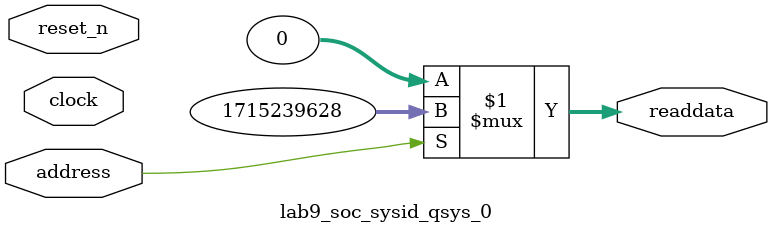
<source format=v>



// synthesis translate_off
`timescale 1ns / 1ps
// synthesis translate_on

// turn off superfluous verilog processor warnings 
// altera message_level Level1 
// altera message_off 10034 10035 10036 10037 10230 10240 10030 

module lab9_soc_sysid_qsys_0 (
               // inputs:
                address,
                clock,
                reset_n,

               // outputs:
                readdata
             )
;

  output  [ 31: 0] readdata;
  input            address;
  input            clock;
  input            reset_n;

  wire    [ 31: 0] readdata;
  //control_slave, which is an e_avalon_slave
  assign readdata = address ? 1715239628 : 0;

endmodule



</source>
